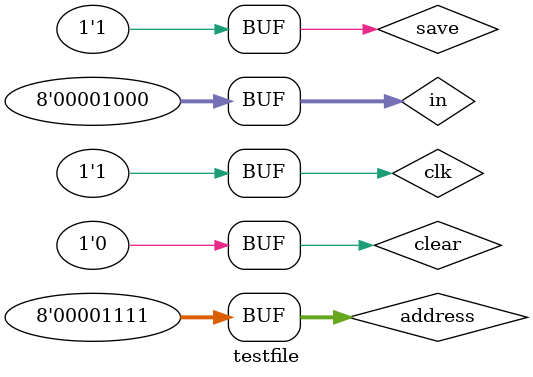
<source format=v>
`timescale 1ns / 1ps


module testfile(
    );
 wire [127:0] MEM; //edit
 wire [7:0] out;
 reg [7:0]address;
 reg [7:0] in;
 reg clear;
 reg save;
 reg clk;
 wire [7:0]key;
 RAM16_8 rambo(
  .in(in),
  .add(address),
  .save(save),
  .clr(clear),
  .out(out),
  .mem(MEM),
  .clk(clk) );
  
  
  initial 
  begin
  clk=0;
  clear=1;
  save=0;
  #50
  clk=1;
  #50
  clear=0;
  save=1;
  address=0;
  in=1;
  clk=0;
  #50
  clk=1; 
  #50
  address=1;
  in=2;
  clk=0; 
  #50
  clk=1; 
  #50
  address=2;
  in=3;
  clk=0; 
  #50
  clk=1; 
  #50
  address=3;
  in=4;  
  clk=0; 
  #50
  clk=1; 
  #50
  address=4;
  in=5;
  clk=0; 
  #50
  clk=1; 
  #50
  address=5;
  in=6;
  clk=0; 
  #50
  clk=1; 
  #50
  address=6;
  in=7;  
  clk=0; 
  #50
  clk=1; 
  #50
  address=7;
  in=8;  
  clk=0;    
  #50
  clk=1;     
  #50
  clear=0;
  save=1;
  address=8;
  in=1;
  clk=0;
  #50
  clk=1; 
  #50
  address=9;
  in=2;
  clk=0; 
  #50
  clk=1; 
  #50
  address=10;
  in=3;
  clk=0; 
  #50
  clk=1; 
  #50
  address=11;
  in=4;  
  clk=0; 
  #50
  clk=1; 
  #50
  address=12;
  in=5;
  clk=0; 
  #50
  clk=1; 
  #50
  address=13;
  in=6;
  clk=0; 
  #50
  clk=1; 
  #50
  address=14;
  in=7;  
  clk=0; 
  #50
  clk=1; 
  #50
  address=15;
  in=8;  
  clk=0;    
  #50
  clk=1;     

    end
         
endmodule

</source>
